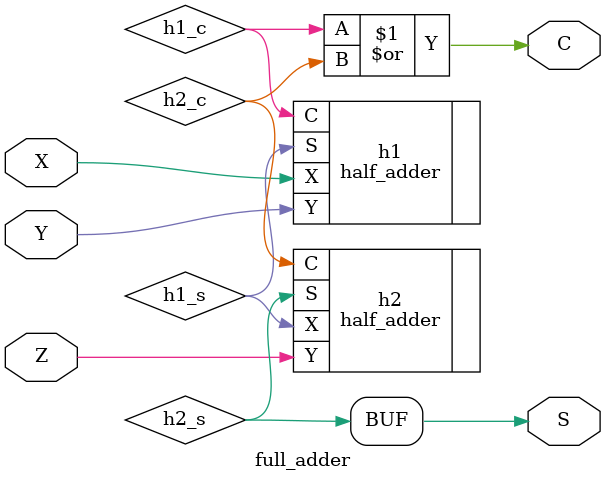
<source format=v>
`timescale 1ns / 1ps


module full_adder(X, Y, Z, S, C);
    input X; input Y; input Z;
    output S; output C;
    
    wire h1_s, h1_c, h2_s, h2_c;
    
    half_adder h1(.X(X), .Y(Y), .S(h1_s), .C(h1_c));
    half_adder h2(.X(h1_s), .Y(Z), .S(h2_s), .C(h2_c));
    
    assign S = h2_s;
    assign C = h1_c | h2_c;
    
endmodule

</source>
